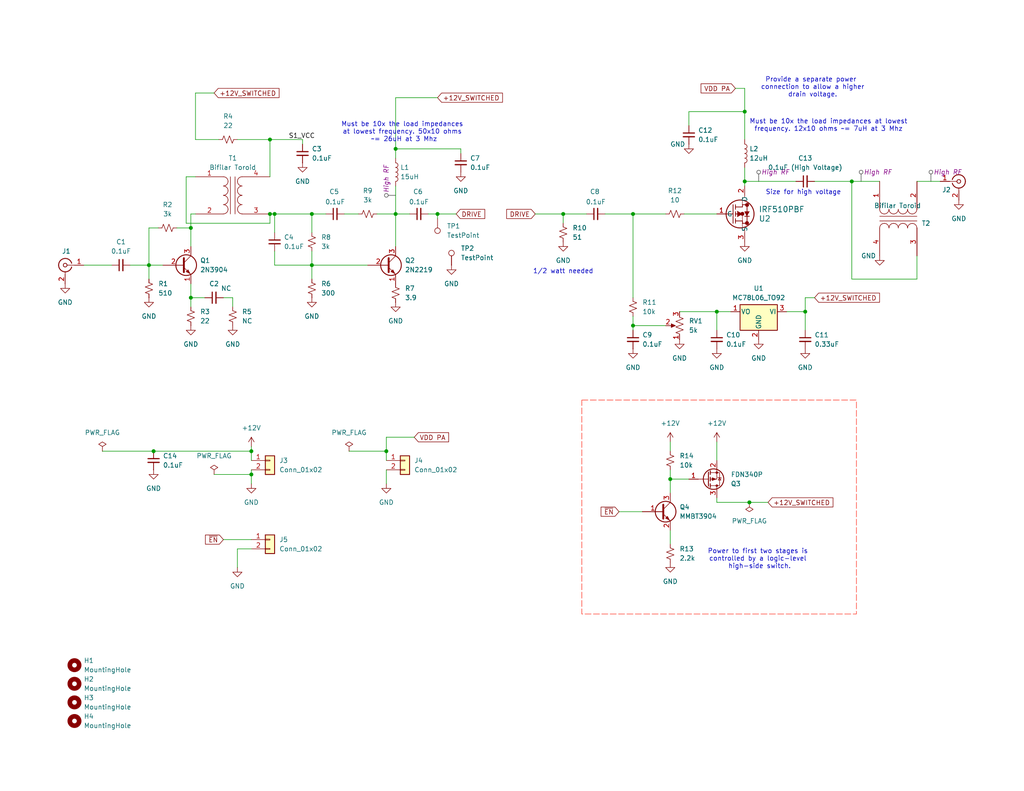
<source format=kicad_sch>
(kicad_sch (version 20231120) (generator "eeschema") (generator_version "8.0")
  (paper "USLetter")
  (title_block (title "5W PA + Driver") (date "2025-02-19") (rev "1") (company "Bruce MacKinnon KC1FSZ") (comment 1 "Copyright (C) Bruce MacKinnon, 2025") (comment 2 "NOT FOR COMMERCIAL USE"))
  (lib_symbols
    (symbol "Connector:Conn_Coaxial" (pin_names (offset 1.016) hide)
      (property "Reference" "J" (at 0.254 3.048 0))
      (property "Value" "Conn_Coaxial" (at 2.921 0 90))
      (symbol "Conn_Coaxial_0_1"
        (arc (start -1.778 -0.508) (mid 0.2311 -1.8066) (end 1.778 0) (stroke (width 0.254)))
        (polyline (pts (xy -2.54 0) (xy -0.508 0)))
        (polyline (pts (xy 0 -2.54) (xy 0 -1.778)))
        (circle (center 0 0) (radius 0.508) (stroke (width 0.2032)))
        (arc (start 1.778 0) (mid 0.2099 1.8101) (end -1.778 0.508) (stroke (width 0.254)))
      )
      (symbol "Conn_Coaxial_1_1"
        (pin passive line (at -5.08 0 0) (length 2.54) (name "In") (number "1"))
        (pin passive line (at 0 -5.08 90) (length 2.54) (name "Ext") (number "2"))
      )
    )
    (symbol "Connector:TestPoint" (pin_numbers hide) (pin_names (offset 0.762) hide)
      (property "Reference" "TP" (at 0 6.858 0))
      (property "Value" "TestPoint" (at 0 5.08 0))
      (symbol "TestPoint_0_1"
        (circle (center 0 3.302) (radius 0.762))
      )
      (symbol "TestPoint_1_1"
        (pin passive line (at 0 0 90) (length 2.54) (name "1") (number "1"))
      )
    )
    (symbol "Connector_Generic:Conn_01x02" (pin_names (offset 1.016) hide)
      (property "Reference" "J" (at 0 2.54 0))
      (property "Value" "Conn_01x02" (at 0 -5.08 0))
      (symbol "Conn_01x02_1_1"
        (rectangle (start -1.27 -2.413) (end 0 -2.667) (stroke (width 0.1524)))
        (rectangle (start -1.27 0.127) (end 0 -0.127) (stroke (width 0.1524)))
        (rectangle (start -1.27 1.27) (end 1.27 -3.81) (stroke (width 0.254)) (fill (type background)))
        (pin passive line (at -5.08 0 0) (length 3.81) (name "Pin_1") (number "1"))
        (pin passive line (at -5.08 -2.54 0) (length 3.81) (name "Pin_2") (number "2"))
      )
    )
    (symbol "Device:C_Small" (pin_numbers hide) (pin_names (offset 0.254) hide)
      (property "Reference" "C" (at 0.254 1.778 0))
      (property "Value" "C_Small" (at 0.254 -2.032 0))
      (symbol "C_Small_0_1"
        (polyline (pts (xy -1.524 -0.508) (xy 1.524 -0.508)) (stroke (width 0.3302)))
        (polyline (pts (xy -1.524 0.508) (xy 1.524 0.508)) (stroke (width 0.3048)))
      )
      (symbol "C_Small_1_1"
        (pin passive line (at 0 2.54 270) (length 2.032) (name "~") (number "1"))
        (pin passive line (at 0 -2.54 90) (length 2.032) (name "~") (number "2"))
      )
    )
    (symbol "Device:L" (pin_numbers hide) (pin_names (offset 1.016) hide)
      (property "Reference" "L" (at -1.27 0 90))
      (property "Value" "L" (at 1.905 0 90))
      (symbol "L_0_1"
        (arc (start 0 -2.54) (mid 0.6323 -1.905) (end 0 -1.27))
        (arc (start 0 -1.27) (mid 0.6323 -0.635) (end 0 0))
        (arc (start 0 0) (mid 0.6323 0.635) (end 0 1.27))
        (arc (start 0 1.27) (mid 0.6323 1.905) (end 0 2.54))
      )
      (symbol "L_1_1"
        (pin passive line (at 0 3.81 270) (length 1.27) (name "1") (number "1"))
        (pin passive line (at 0 -3.81 90) (length 1.27) (name "2") (number "2"))
      )
    )
    (symbol "Device:R_Potentiometer_US" (pin_names (offset 1.016) hide)
      (property "Reference" "RV" (at -4.445 0 90))
      (property "Value" "R_Potentiometer_US" (at -2.54 0 90))
      (symbol "R_Potentiometer_US_0_1"
        (polyline (pts (xy 0 -2.286) (xy 0 -2.54)))
        (polyline (pts (xy 0 2.54) (xy 0 2.286)))
        (polyline (pts (xy 2.54 0) (xy 1.524 0)))
        (polyline (pts (xy 1.143 0) (xy 2.286 0.508) (xy 2.286 -0.508) (xy 1.143 0)) (fill (type outline)))
        (polyline (pts (xy 0 -0.762) (xy 1.016 -1.143) (xy 0 -1.524) (xy -1.016 -1.905) (xy 0 -2.286)))
        (polyline (pts (xy 0 0.762) (xy 1.016 0.381) (xy 0 0) (xy -1.016 -0.381) (xy 0 -0.762)))
        (polyline (pts (xy 0 2.286) (xy 1.016 1.905) (xy 0 1.524) (xy -1.016 1.143) (xy 0 0.762)))
      )
      (symbol "R_Potentiometer_US_1_1"
        (pin passive line (at 0 3.81 270) (length 1.27) (name "1") (number "1"))
        (pin passive line (at 3.81 0 180) (length 1.27) (name "2") (number "2"))
        (pin passive line (at 0 -3.81 90) (length 1.27) (name "3") (number "3"))
      )
    )
    (symbol "Device:R_Small_US" (pin_numbers hide) (pin_names (offset 0.254) hide)
      (property "Reference" "R" (at 0.762 0.508 0))
      (property "Value" "R_Small_US" (at 0.762 -1.016 0))
      (symbol "R_Small_US_1_1"
        (polyline (pts (xy 0 0) (xy 1.016 -0.381) (xy 0 -0.762) (xy -1.016 -1.143) (xy 0 -1.524)))
        (polyline (pts (xy 0 1.524) (xy 1.016 1.143) (xy 0 0.762) (xy -1.016 0.381) (xy 0 0)))
        (pin passive line (at 0 2.54 270) (length 1.016) (name "~") (number "1"))
        (pin passive line (at 0 -2.54 90) (length 1.016) (name "~") (number "2"))
      )
    )
    (symbol "Device:Transformer_1P_1S" (pin_names (offset 1.016) hide)
      (property "Reference" "T" (at 0 6.35 0))
      (property "Value" "Transformer_1P_1S" (at 0 -7.62 0))
      (symbol "Transformer_1P_1S_0_1"
        (arc (start -2.54 -5.0546) (mid -1.6599 -4.6901) (end -1.27 -3.81))
        (arc (start -2.54 -2.5146) (mid -1.6599 -2.1501) (end -1.27 -1.27))
        (arc (start -2.54 0.0254) (mid -1.6599 0.3899) (end -1.27 1.27))
        (arc (start -2.54 2.5654) (mid -1.6599 2.9299) (end -1.27 3.81))
        (arc (start -1.27 -3.81) (mid -1.642 -2.912) (end -2.54 -2.54))
        (arc (start -1.27 -1.27) (mid -1.642 -0.372) (end -2.54 0))
        (arc (start -1.27 1.27) (mid -1.642 2.168) (end -2.54 2.54))
        (arc (start -1.27 3.81) (mid -1.642 4.708) (end -2.54 5.08))
        (polyline (pts (xy -0.635 5.08) (xy -0.635 -5.08)))
        (polyline (pts (xy 0.635 -5.08) (xy 0.635 5.08)))
        (arc (start 1.2954 -1.27) (mid 1.6599 -2.1501) (end 2.54 -2.5146))
        (arc (start 1.2954 1.27) (mid 1.6599 0.3899) (end 2.54 0.0254))
        (arc (start 1.2954 3.81) (mid 1.6599 2.9299) (end 2.54 2.5654))
        (arc (start 1.3208 -3.81) (mid 1.6853 -4.6901) (end 2.5654 -5.0546))
        (arc (start 2.54 0) (mid 1.642 -0.372) (end 1.2954 -1.27))
        (arc (start 2.54 2.54) (mid 1.642 2.168) (end 1.2954 1.27))
        (arc (start 2.54 5.08) (mid 1.642 4.708) (end 1.2954 3.81))
        (arc (start 2.5654 -2.54) (mid 1.6674 -2.912) (end 1.3208 -3.81))
      )
      (symbol "Transformer_1P_1S_1_1"
        (pin passive line (at -10.16 5.08 0) (length 7.62) (name "AA") (number "1"))
        (pin passive line (at -10.16 -5.08 0) (length 7.62) (name "AB") (number "2"))
        (pin passive line (at 10.16 -5.08 180) (length 7.62) (name "SA") (number "3"))
        (pin passive line (at 10.16 5.08 180) (length 7.62) (name "SB") (number "4"))
      )
    )
    (symbol "Mechanical:MountingHole" (pin_names (offset 1.016)) (exclude_from_sim yes) (in_bom no)
      (property "Reference" "H" (at 0 5.08 0))
      (property "Value" "MountingHole" (at 0 3.175 0))
      (symbol "MountingHole_0_1"
        (circle (center 0 0) (radius 1.27) (stroke (width 1.27)))
      )
    )
    (symbol "Regulator_Linear:MC78L06_TO92" (pin_names (offset 0.254))
      (property "Reference" "U" (at -3.81 3.175 0))
      (property "Value" "MC78L06_TO92" (at 0 3.175 0))
      (symbol "MC78L06_TO92_0_1"
        (rectangle (start -5.08 -5.08) (end 5.08 1.905) (stroke (width 0.254)) (fill (type background)))
      )
      (symbol "MC78L06_TO92_1_1"
        (pin power_out line (at 7.62 0 180) (length 2.54) (name "VO") (number "1"))
        (pin power_in line (at 0 -7.62 90) (length 2.54) (name "GND") (number "2"))
        (pin power_in line (at -7.62 0 0) (length 2.54) (name "VI") (number "3"))
      )
    )
    (symbol "Transistor_BJT:2N2219" (pin_names (offset 0) hide)
      (property "Reference" "Q" (at 5.08 1.905 0))
      (property "Value" "2N2219" (at 5.08 0 0))
      (symbol "2N2219_0_1"
        (polyline (pts (xy 0.635 0.635) (xy 2.54 2.54)))
        (polyline (pts (xy 0.635 -0.635) (xy 2.54 -2.54) (xy 2.54 -2.54)))
        (polyline (pts (xy 0.635 1.905) (xy 0.635 -1.905) (xy 0.635 -1.905)) (stroke (width 0.508)))
        (polyline (pts (xy 1.27 -1.778) (xy 1.778 -1.27) (xy 2.286 -2.286) (xy 1.27 -1.778) (xy 1.27 -1.778)) (fill (type outline)))
        (circle (center 1.27 0) (radius 2.8194) (stroke (width 0.254)))
      )
      (symbol "2N2219_1_1"
        (pin passive line (at 2.54 -5.08 90) (length 2.54) (name "E") (number "1"))
        (pin passive line (at -5.08 0 0) (length 5.715) (name "B") (number "2"))
        (pin passive line (at 2.54 5.08 270) (length 2.54) (name "C") (number "3"))
      )
    )
    (symbol "Transistor_BJT:2N3904" (pin_names (offset 0) hide)
      (property "Reference" "Q" (at 5.08 1.905 0))
      (property "Value" "2N3904" (at 5.08 0 0))
      (symbol "2N3904_0_1"
        (polyline (pts (xy 0.635 0.635) (xy 2.54 2.54)))
        (polyline (pts (xy 0.635 -0.635) (xy 2.54 -2.54) (xy 2.54 -2.54)))
        (polyline (pts (xy 0.635 1.905) (xy 0.635 -1.905) (xy 0.635 -1.905)) (stroke (width 0.508)))
        (polyline (pts (xy 1.27 -1.778) (xy 1.778 -1.27) (xy 2.286 -2.286) (xy 1.27 -1.778) (xy 1.27 -1.778)) (fill (type outline)))
        (circle (center 1.27 0) (radius 2.8194) (stroke (width 0.254)))
      )
      (symbol "2N3904_1_1"
        (pin passive line (at 2.54 -5.08 90) (length 2.54) (name "E") (number "1"))
        (pin passive line (at -5.08 0 0) (length 5.715) (name "B") (number "2"))
        (pin passive line (at 2.54 5.08 270) (length 2.54) (name "C") (number "3"))
      )
    )
    (symbol "Transistor_BJT:MMBT3904" (pin_names (offset 0) hide)
      (property "Reference" "Q" (at 5.08 1.905 0))
      (property "Value" "MMBT3904" (at 5.08 0 0))
      (symbol "MMBT3904_0_1"
        (polyline (pts (xy 0.635 0.635) (xy 2.54 2.54)))
        (polyline (pts (xy 0.635 -0.635) (xy 2.54 -2.54) (xy 2.54 -2.54)))
        (polyline (pts (xy 0.635 1.905) (xy 0.635 -1.905) (xy 0.635 -1.905)) (stroke (width 0.508)))
        (polyline (pts (xy 1.27 -1.778) (xy 1.778 -1.27) (xy 2.286 -2.286) (xy 1.27 -1.778) (xy 1.27 -1.778)) (fill (type outline)))
        (circle (center 1.27 0) (radius 2.8194) (stroke (width 0.254)))
      )
      (symbol "MMBT3904_1_1"
        (pin input line (at -5.08 0 0) (length 5.715) (name "B") (number "1"))
        (pin passive line (at 2.54 -5.08 90) (length 2.54) (name "E") (number "2"))
        (pin passive line (at 2.54 5.08 270) (length 2.54) (name "C") (number "3"))
      )
    )
    (symbol "Transistor_FET:FDN340P" (pin_names hide)
      (property "Reference" "Q" (at 5.08 1.905 0))
      (property "Value" "FDN340P" (at 5.08 0 0))
      (symbol "FDN340P_0_1"
        (polyline (pts (xy 0.254 0) (xy -2.54 0)))
        (polyline (pts (xy 0.254 1.905) (xy 0.254 -1.905)) (stroke (width 0.254)))
        (polyline (pts (xy 0.762 -1.27) (xy 0.762 -2.286)) (stroke (width 0.254)))
        (polyline (pts (xy 0.762 0.508) (xy 0.762 -0.508)) (stroke (width 0.254)))
        (polyline (pts (xy 0.762 2.286) (xy 0.762 1.27)) (stroke (width 0.254)))
        (polyline (pts (xy 2.54 2.54) (xy 2.54 1.778)))
        (polyline (pts (xy 2.54 -2.54) (xy 2.54 0) (xy 0.762 0)))
        (polyline (pts (xy 0.762 1.778) (xy 3.302 1.778) (xy 3.302 -1.778) (xy 0.762 -1.778)))
        (polyline (pts (xy 2.286 0) (xy 1.27 0.381) (xy 1.27 -0.381) (xy 2.286 0)) (fill (type outline)))
        (polyline (pts (xy 2.794 -0.508) (xy 2.921 -0.381) (xy 3.683 -0.381) (xy 3.81 -0.254)))
        (polyline (pts (xy 3.302 -0.381) (xy 2.921 0.254) (xy 3.683 0.254) (xy 3.302 -0.381)))
        (circle (center 1.651 0) (radius 2.794) (stroke (width 0.254)))
        (circle (center 2.54 -1.778) (radius 0.254) (fill (type outline)))
        (circle (center 2.54 1.778) (radius 0.254) (fill (type outline)))
      )
      (symbol "FDN340P_1_1"
        (pin input line (at -5.08 0 0) (length 2.54) (name "G") (number "1"))
        (pin passive line (at 2.54 -5.08 90) (length 2.54) (name "S") (number "2"))
        (pin passive line (at 2.54 5.08 270) (length 2.54) (name "D") (number "3"))
      )
    )
    (symbol "power:+12V" (power) (pin_numbers hide) (pin_names (offset 0) hide)
      (property "Value" "+12V" (at 0 3.556 0))
      (symbol "+12V_0_1"
        (polyline (pts (xy -0.762 1.27) (xy 0 2.54)))
        (polyline (pts (xy 0 0) (xy 0 2.54)))
        (polyline (pts (xy 0 2.54) (xy 0.762 1.27)))
      )
      (symbol "+12V_1_1"
        (pin power_in line (at 0 0 90) (length 0) (name "~") (number "1"))
      )
    )
    (symbol "power:GND" (power) (pin_numbers hide) (pin_names (offset 0) hide)
      (property "Value" "GND" (at 0 -3.81 0))
      (symbol "GND_0_1"
        (polyline (pts (xy 0 0) (xy 0 -1.27) (xy 1.27 -1.27) (xy 0 -2.54) (xy -1.27 -1.27) (xy 0 -1.27)))
      )
      (symbol "GND_1_1"
        (pin power_in line (at 0 0 270) (length 0) (name "~") (number "1"))
      )
    )
    (symbol "power:PWR_FLAG" (power) (pin_numbers hide) (pin_names (offset 0) hide)
      (property "Value" "PWR_FLAG" (at 0 3.81 0))
      (symbol "PWR_FLAG_0_0"
        (pin power_out line (at 0 0 90) (length 0) (name "~") (number "1"))
      )
      (symbol "PWR_FLAG_0_1"
        (polyline (pts (xy 0 0) (xy 0 1.27) (xy -1.016 1.905) (xy 0 2.54) (xy 1.016 1.905) (xy 0 1.27)))
      )
    )
    (symbol "symbol-library-1:IRF510PBF" (pin_names (offset 0.254))
      (property "Reference" "U" (at 11.43 1.905 0))
      (property "Value" "IRF510PBF" (at 11.43 -2.54 0))
      (symbol "IRF510PBF_0_1"
        (polyline (pts (xy 2.54 0) (xy 4.445 0)) (stroke (width 0.2032)))
        (polyline (pts (xy 4.445 -2.54) (xy 4.445 2.54)) (stroke (width 0.2032)))
        (polyline (pts (xy 5.08 -2.54) (xy 5.08 -1.27)) (stroke (width 0.2032)))
        (polyline (pts (xy 5.08 -1.905) (xy 6.985 -1.905)) (stroke (width 0.2032)))
        (polyline (pts (xy 5.08 -0.635) (xy 5.08 0.635)) (stroke (width 0.2032)))
        (polyline (pts (xy 5.08 0) (xy 5.842 0)) (stroke (width 0.2032)))
        (polyline (pts (xy 5.08 1.27) (xy 5.08 2.54)) (stroke (width 0.2032)))
        (polyline (pts (xy 5.08 1.905) (xy 6.985 1.905)) (stroke (width 0.2032)))
        (polyline (pts (xy 6.9786 -0.0387) (xy 6.604 0)) (stroke (width 0.127)))
        (polyline (pts (xy 6.985 -2.54) (xy 6.985 -4.445)) (stroke (width 0.127)))
        (polyline (pts (xy 6.985 -2.54) (xy 6.985 -1.905)) (stroke (width 0.2032)))
        (polyline (pts (xy 6.985 -2.54) (xy 8.255 -2.54)) (stroke (width 0.2032)))
        (polyline (pts (xy 6.985 1.905) (xy 6.9786 -0.0387)) (stroke (width 0.127)))
        (polyline (pts (xy 6.985 1.905) (xy 6.985 2.54)) (stroke (width 0.2032)))
        (polyline (pts (xy 6.985 2.54) (xy 8.255 2.54)) (stroke (width 0.2032)))
        (polyline (pts (xy 6.985 4.445) (xy 6.985 2.54)) (stroke (width 0.127)))
        (polyline (pts (xy 7.62 -4.445) (xy 6.985 -4.445)) (stroke (width 0.127)))
        (polyline (pts (xy 7.62 -4.445) (xy 7.62 -5.08)) (stroke (width 0.127)))
        (polyline (pts (xy 7.62 4.445) (xy 6.985 4.445)) (stroke (width 0.127)))
        (polyline (pts (xy 7.62 5.08) (xy 7.62 4.445)) (stroke (width 0.127)))
        (polyline (pts (xy 8.255 -2.54) (xy 8.255 -0.635)) (stroke (width 0.2032)))
        (polyline (pts (xy 8.255 0.635) (xy 8.255 2.54)) (stroke (width 0.2032)))
        (polyline (pts (xy 8.89 0.635) (xy 7.62 0.635)) (stroke (width 0.2032)))
        (polyline (pts (xy 5.588 0.762) (xy 6.858 0) (xy 5.588 -0.762)) (fill (type outline)))
        (polyline (pts (xy 8.89 -0.635) (xy 7.62 -0.635) (xy 8.255 0.635)) (fill (type outline)))
        (circle (center 6.35 0) (radius 3.81) (stroke (width 0.254)))
        (circle (center 6.9786 -0.0387) (radius 0.0254) (stroke (width 0.508)))
        (circle (center 8.2422 2.4885) (radius 0.0254) (stroke (width 0.508)))
        (circle (center 8.2556 -2.4718) (radius 0.0254) (stroke (width 0.508)))
        (pin input line (at 0 0 0) (length 2.54) (name "G") (number "1"))
      )
      (symbol "IRF510PBF_1_0"
        (pin input line (at 7.62 -7.62 90) (length 2.54) (name "D") (number "2"))
        (pin input line (at 7.62 7.62 270) (length 2.54) (name "S") (number "3"))
      )
    )
  )
  (junction (at 73.66 58.42))
  (junction (at 153.67 58.42))
  (junction (at 119.38 58.42))
  (junction (at 232.41 49.53))
  (junction (at 52.07 62.23))
  (junction (at 41.91 123.19))
  (junction (at 195.58 85.09))
  (junction (at 107.95 58.42))
  (junction (at 40.64 72.39))
  (junction (at 85.09 72.39))
  (junction (at 172.72 88.9))
  (junction (at 203.2 30.48))
  (junction (at 52.07 81.28))
  (junction (at 204.47 137.16))
  (junction (at 105.41 123.19))
  (junction (at 68.58 123.19))
  (junction (at 73.66 38.1))
  (junction (at 182.88 130.81))
  (junction (at 85.09 58.42))
  (junction (at 68.58 129.54))
  (junction (at 172.72 58.42))
  (junction (at 74.93 58.42))
  (junction (at 203.2 49.53))
  (junction (at 219.71 85.09))
  (junction (at 107.95 40.64))
  (wire (pts (xy 85.09 58.42) (xy 88.9 58.42)))
  (wire (pts (xy 116.84 58.42) (xy 119.38 58.42)))
  (wire (pts (xy 168.91 139.7) (xy 175.26 139.7)))
  (wire (pts (xy 250.19 69.85) (xy 250.19 76.2)))
  (wire (pts (xy 105.41 119.38) (xy 113.03 119.38)))
  (wire (pts (xy 195.58 85.09) (xy 199.39 85.09)))
  (wire (pts (xy 40.64 72.39) (xy 44.45 72.39)))
  (wire (pts (xy 105.41 119.38) (xy 105.41 123.19)))
  (wire (pts (xy 105.41 128.27) (xy 105.41 132.08)))
  (wire (pts (xy 102.87 58.42) (xy 107.95 58.42)))
  (wire (pts (xy 165.1 58.42) (xy 172.72 58.42)))
  (wire (pts (xy 93.98 58.42) (xy 97.79 58.42)))
  (wire (pts (xy 74.93 58.42) (xy 73.66 58.42)))
  (wire (pts (xy 40.64 72.39) (xy 40.64 76.2)))
  (wire (pts (xy 219.71 81.28) (xy 219.71 85.09)))
  (wire (pts (xy 40.64 62.23) (xy 40.64 72.39)))
  (wire (pts (xy 52.07 62.23) (xy 52.07 58.42)))
  (wire (pts (xy 68.58 121.92) (xy 68.58 123.19)))
  (wire (pts (xy 85.09 58.42) (xy 74.93 58.42)))
  (wire (pts (xy 64.77 149.86) (xy 64.77 154.94)))
  (wire (pts (xy 222.25 49.53) (xy 232.41 49.53)))
  (wire (pts (xy 203.2 24.13) (xy 203.2 30.48)))
  (wire (pts (xy 182.88 128.27) (xy 182.88 130.81)))
  (wire (pts (xy 200.66 24.13) (xy 203.2 24.13)))
  (wire (pts (xy 50.8 48.26) (xy 50.8 60.96)))
  (wire (pts (xy 41.91 123.19) (xy 68.58 123.19)))
  (wire (pts (xy 214.63 85.09) (xy 219.71 85.09)))
  (wire (pts (xy 203.2 45.72) (xy 203.2 49.53)))
  (wire (pts (xy 35.56 72.39) (xy 40.64 72.39)))
  (wire (pts (xy 68.58 128.27) (xy 68.58 129.54)))
  (wire (pts (xy 107.95 40.64) (xy 107.95 43.18)))
  (wire (pts (xy 52.07 58.42) (xy 53.34 58.42)))
  (wire (pts (xy 172.72 58.42) (xy 172.72 81.28)))
  (wire (pts (xy 172.72 88.9) (xy 181.61 88.9)))
  (wire (pts (xy 68.58 149.86) (xy 64.77 149.86)))
  (wire (pts (xy 63.5 81.28) (xy 63.5 83.82)))
  (wire (pts (xy 43.18 62.23) (xy 40.64 62.23)))
  (wire (pts (xy 153.67 58.42) (xy 153.67 60.96)))
  (wire (pts (xy 153.67 58.42) (xy 160.02 58.42)))
  (wire (pts (xy 187.96 30.48) (xy 203.2 30.48)))
  (wire (pts (xy 82.55 38.1) (xy 73.66 38.1)))
  (wire (pts (xy 53.34 48.26) (xy 50.8 48.26)))
  (wire (pts (xy 64.77 38.1) (xy 73.66 38.1)))
  (wire (pts (xy 119.38 26.67) (xy 107.95 26.67)))
  (wire (pts (xy 222.25 81.28) (xy 219.71 81.28)))
  (wire (pts (xy 85.09 72.39) (xy 85.09 76.2)))
  (wire (pts (xy 52.07 81.28) (xy 55.88 81.28)))
  (wire (pts (xy 82.55 39.37) (xy 82.55 38.1)))
  (wire (pts (xy 53.34 25.4) (xy 58.42 25.4)))
  (wire (pts (xy 52.07 77.47) (xy 52.07 81.28)))
  (wire (pts (xy 219.71 85.09) (xy 219.71 90.17)))
  (wire (pts (xy 105.41 123.19) (xy 105.41 125.73)))
  (wire (pts (xy 48.26 62.23) (xy 52.07 62.23)))
  (wire (pts (xy 73.66 38.1) (xy 73.66 48.26)))
  (wire (pts (xy 195.58 120.65) (xy 195.58 125.73)))
  (wire (pts (xy 250.19 76.2) (xy 232.41 76.2)))
  (wire (pts (xy 74.93 58.42) (xy 74.93 63.5)))
  (wire (pts (xy 53.34 25.4) (xy 53.34 38.1)))
  (wire (pts (xy 53.34 38.1) (xy 59.69 38.1)))
  (wire (pts (xy 68.58 129.54) (xy 68.58 132.08)))
  (wire (pts (xy 60.96 147.32) (xy 68.58 147.32)))
  (wire (pts (xy 95.25 123.19) (xy 105.41 123.19)))
  (wire (pts (xy 195.58 85.09) (xy 195.58 90.17)))
  (wire (pts (xy 107.95 58.42) (xy 107.95 67.31)))
  (wire (pts (xy 185.42 85.09) (xy 195.58 85.09)))
  (wire (pts (xy 203.2 30.48) (xy 203.2 38.1)))
  (wire (pts (xy 119.38 58.42) (xy 124.46 58.42)))
  (wire (pts (xy 107.95 26.67) (xy 107.95 40.64)))
  (wire (pts (xy 182.88 144.78) (xy 182.88 148.59)))
  (wire (pts (xy 182.88 130.81) (xy 182.88 134.62)))
  (wire (pts (xy 73.66 60.96) (xy 73.66 58.42)))
  (wire (pts (xy 172.72 86.36) (xy 172.72 88.9)))
  (wire (pts (xy 186.69 58.42) (xy 195.58 58.42)))
  (wire (pts (xy 203.2 49.53) (xy 217.17 49.53)))
  (wire (pts (xy 74.93 72.39) (xy 85.09 72.39)))
  (wire (pts (xy 85.09 63.5) (xy 85.09 58.42)))
  (wire (pts (xy 146.05 58.42) (xy 153.67 58.42)))
  (wire (pts (xy 182.88 130.81) (xy 187.96 130.81)))
  (wire (pts (xy 52.07 67.31) (xy 52.07 62.23)))
  (wire (pts (xy 232.41 49.53) (xy 240.03 49.53)))
  (wire (pts (xy 74.93 68.58) (xy 74.93 72.39)))
  (wire (pts (xy 22.86 72.39) (xy 30.48 72.39)))
  (wire (pts (xy 107.95 50.8) (xy 107.95 58.42)))
  (wire (pts (xy 204.47 137.16) (xy 209.55 137.16)))
  (wire (pts (xy 52.07 81.28) (xy 52.07 83.82)))
  (wire (pts (xy 203.2 49.53) (xy 203.2 50.8)))
  (wire (pts (xy 85.09 68.58) (xy 85.09 72.39)))
  (wire (pts (xy 250.19 49.53) (xy 256.54 49.53)))
  (wire (pts (xy 125.73 41.91) (xy 125.73 40.64)))
  (wire (pts (xy 27.94 123.19) (xy 41.91 123.19)))
  (wire (pts (xy 187.96 30.48) (xy 187.96 34.29)))
  (wire (pts (xy 195.58 137.16) (xy 204.47 137.16)))
  (wire (pts (xy 182.88 120.65) (xy 182.88 123.19)))
  (wire (pts (xy 172.72 58.42) (xy 181.61 58.42)))
  (wire (pts (xy 68.58 123.19) (xy 68.58 125.73)))
  (wire (pts (xy 60.96 81.28) (xy 63.5 81.28)))
  (wire (pts (xy 58.42 129.54) (xy 68.58 129.54)))
  (wire (pts (xy 107.95 40.64) (xy 125.73 40.64)))
  (wire (pts (xy 107.95 58.42) (xy 111.76 58.42)))
  (wire (pts (xy 172.72 88.9) (xy 172.72 90.17)))
  (wire (pts (xy 50.8 60.96) (xy 73.66 60.96)))
  (wire (pts (xy 195.58 135.89) (xy 195.58 137.16)))
  (wire (pts (xy 85.09 72.39) (xy 100.33 72.39)))
  (wire (pts (xy 232.41 76.2) (xy 232.41 49.53)))
  (wire (pts (xy 119.38 58.42) (xy 119.38 59.69)))
  (rectangle (start 158.75 109.22) (end 233.68 167.64) (stroke (width 0) (type dash) (color 255 49 33 1)))
  (text "Must be 10x the load impedances at lowest\nfrequency. 12x10 ohms ~= 7uH at 3 Mhz" (at 226.06 34.29 0) (effects (font (size 1.27 1.27))))
  (text "Provide a separate power \nconnection to allow a higher\ndrain voltage." (at 221.742 23.876 0) (effects (font (size 1.27 1.27))))
  (text "Power to first two stages is \ncontrolled by a logic-level \nhigh-side switch." (at 207.264 152.654 0) (effects (font (size 1.27 1.27))))
  (text "Must be 10x the load impedances \nat lowest frequency. 50x10 ohms \n~= 26uH at 3 Mhz" (at 110.236 36.068 0) (effects (font (size 1.27 1.27))))
  (text "Size for high voltage" (at 219.202 52.578 0) (effects (font (size 1.27 1.27))))
  (text "1/2 watt needed" (at 153.67 74.168 0) (effects (font (size 1.27 1.27))))
  (label "S1_VCC" (at 78.74 38.1 0))
  (global_label "+12V_SWITCHED" (shape input) (at 209.55 137.16 0) (property "Intersheetrefs" "${INTERSHEET_REFS}" (effects (hide yes))))
  (global_label "+12V_SWITCHED" (shape input) (at 58.42 25.4 0) (property "Intersheetrefs" "${INTERSHEET_REFS}" (effects (hide yes))))
  (global_label "VDD PA" (shape input) (at 113.03 119.38 0) (property "Intersheetrefs" "${INTERSHEET_REFS}" (effects (hide yes))))
  (global_label "DRIVE" (shape input) (at 146.05 58.42 180) (property "Intersheetrefs" "${INTERSHEET_REFS}" (effects (hide yes))))
  (global_label "~{EN}" (shape input) (at 60.96 147.32 180) (property "Intersheetrefs" "${INTERSHEET_REFS}" (effects (hide yes))))
  (global_label "+12V_SWITCHED" (shape input) (at 222.25 81.28 0) (property "Intersheetrefs" "${INTERSHEET_REFS}" (effects (hide yes))))
  (global_label "+12V_SWITCHED" (shape input) (at 119.38 26.67 0) (property "Intersheetrefs" "${INTERSHEET_REFS}" (effects (hide yes))))
  (global_label "~{EN}" (shape input) (at 168.91 139.7 180) (property "Intersheetrefs" "${INTERSHEET_REFS}" (effects (hide yes))))
  (global_label "VDD PA" (shape input) (at 200.66 24.13 180) (property "Intersheetrefs" "${INTERSHEET_REFS}" (effects (hide yes))))
  (global_label "DRIVE" (shape input) (at 124.46 58.42 0) (property "Intersheetrefs" "${INTERSHEET_REFS}" (effects (hide yes))))
  (netclass_flag "" (length 2.54) (shape round) (at 254 49.53 0) (property "Netclass" "High RF" (at 254.6985 46.99 0) (effects (font (italic yes)) (justify left))))
  (netclass_flag "" (length 2.54) (shape round) (at 234.95 49.53 0) (property "Netclass" "High RF" (at 235.6485 46.99 0) (effects (font (italic yes)) (justify left))))
  (netclass_flag "" (length 2.54) (shape round) (at 107.95 53.34 90) (property "Netclass" "High RF" (at 105.41 52.6415 90) (effects (font (italic yes)) (justify left))))
  (netclass_flag "" (length 2.54) (shape round) (at 207.01 49.53 0) (property "Netclass" "High RF" (at 207.7085 46.99 0) (effects (font (italic yes)) (justify left))))
  (symbol (lib_id "Connector:Conn_Coaxial") (at 17.78 72.39 0) (mirror y) (unit 1)
    (property "Reference" "J1" (at 18.0974 68.58 0))
    (property "Value" "Conn_Coaxial" (effects (hide yes)))
    (property "Footprint" "Connector_Coaxial:SMA_Amphenol_901-144_Vertical" (effects (hide yes)))
    (property "Description" "coaxial connector (BNC, SMA, SMB, SMC, Cinch/RCA, LEMO, ...)" (effects (hide yes)))
  )
  (symbol (lib_id "power:GND") (at 40.64 81.28 0) (unit 1)
    (property "Reference" "#PWR02" (effects (hide yes)))
    (property "Value" "GND" (at 40.64 86.36 0))
    (property "Description" "Power symbol creates a global label with name \"GND\" , ground" (effects (hide yes)))
  )
  (symbol (lib_id "Connector:TestPoint") (at 119.38 59.69 180) (unit 1)
    (property "Reference" "TP1" (at 121.92 61.7219 0) (effects (justify right)))
    (property "Value" "TestPoint" (at 121.92 64.2619 0) (effects (justify right)))
    (property "Footprint" "TestPoint:TestPoint_Pad_1.5x1.5mm" (effects (hide yes)))
    (property "Description" "test point" (effects (hide yes)))
  )
  (symbol (lib_id "Device:C_Small") (at 162.56 58.42 90) (unit 1)
    (property "Reference" "C8" (at 162.306 52.324 90))
    (property "Value" "0.1uF" (at 162.56 55.118 90))
    (property "Footprint" "Capacitor_SMD:C_0805_2012Metric_Pad1.18x1.45mm_HandSolder" (effects (hide yes)))
    (property "Description" "Unpolarized capacitor, small symbol" (effects (hide yes)))
  )
  (symbol (lib_id "Device:C_Small") (at 91.44 58.42 90) (unit 1)
    (property "Reference" "C5" (at 91.186 52.324 90))
    (property "Value" "0.1uF" (at 91.44 55.118 90))
    (property "Footprint" "Capacitor_SMD:C_0805_2012Metric_Pad1.18x1.45mm_HandSolder" (effects (hide yes)))
    (property "Description" "Unpolarized capacitor, small symbol" (effects (hide yes)))
  )
  (symbol (lib_id "power:GND") (at 85.09 81.28 0) (unit 1)
    (property "Reference" "#PWR07" (effects (hide yes)))
    (property "Value" "GND" (at 85.09 86.36 0))
    (property "Description" "Power symbol creates a global label with name \"GND\" , ground" (effects (hide yes)))
  )
  (symbol (lib_id "power:GND") (at 64.77 154.94 0) (unit 1)
    (property "Reference" "#PWR027" (effects (hide yes)))
    (property "Value" "GND" (at 64.77 160.02 0))
    (property "Description" "Power symbol creates a global label with name \"GND\" , ground" (effects (hide yes)))
  )
  (symbol (lib_id "Device:C_Small") (at 41.91 125.73 0) (unit 1)
    (property "Reference" "C14" (at 44.45 124.4662 0) (effects (justify left)))
    (property "Value" "0.1uF" (at 44.45 127.0062 0) (effects (justify left)))
    (property "Footprint" "Capacitor_SMD:C_0805_2012Metric_Pad1.18x1.45mm_HandSolder" (effects (hide yes)))
    (property "Description" "Unpolarized capacitor, small symbol" (effects (hide yes)))
  )
  (symbol (lib_id "power:GND") (at 107.95 82.55 0) (unit 1)
    (property "Reference" "#PWR08" (effects (hide yes)))
    (property "Value" "GND" (at 107.95 87.63 0))
    (property "Description" "Power symbol creates a global label with name \"GND\" , ground" (effects (hide yes)))
  )
  (symbol (lib_id "Device:R_Small_US") (at 62.23 38.1 90) (unit 1)
    (property "Reference" "R4" (at 62.23 31.75 90))
    (property "Value" "22" (at 62.23 34.29 90))
    (property "Footprint" "Resistor_SMD:R_0805_2012Metric_Pad1.20x1.40mm_HandSolder" (effects (hide yes)))
    (property "Description" "Resistor, small US symbol" (effects (hide yes)))
  )
  (symbol (lib_id "power:GND") (at 125.73 46.99 0) (unit 1)
    (property "Reference" "#PWR010" (effects (hide yes)))
    (property "Value" "GND" (at 125.73 52.07 0))
    (property "Description" "Power symbol creates a global label with name \"GND\" , ground" (effects (hide yes)))
  )
  (symbol (lib_id "Device:R_Small_US") (at 172.72 83.82 0) (unit 1)
    (property "Reference" "R11" (at 175.26 82.5499 0) (effects (justify left)))
    (property "Value" "10k" (at 175.26 85.0899 0) (effects (justify left)))
    (property "Footprint" "Resistor_SMD:R_0805_2012Metric_Pad1.20x1.40mm_HandSolder" (effects (hide yes)))
    (property "Description" "Resistor, small US symbol" (effects (hide yes)))
  )
  (symbol (lib_id "Device:R_Small_US") (at 63.5 86.36 0) (unit 1)
    (property "Reference" "R5" (at 66.04 85.0899 0) (effects (justify left)))
    (property "Value" "NC" (at 66.04 87.6299 0) (effects (justify left)))
    (property "Footprint" "Resistor_SMD:R_0805_2012Metric_Pad1.20x1.40mm_HandSolder" (effects (hide yes)))
    (property "Description" "Resistor, small US symbol" (effects (hide yes)))
  )
  (symbol (lib_id "power:GND") (at 41.91 128.27 0) (unit 1)
    (property "Reference" "#PWR019" (effects (hide yes)))
    (property "Value" "GND" (at 41.91 133.35 0))
    (property "Description" "Power symbol creates a global label with name \"GND\" , ground" (effects (hide yes)))
  )
  (symbol (lib_id "power:GND") (at 153.67 66.04 0) (unit 1)
    (property "Reference" "#PWR011" (effects (hide yes)))
    (property "Value" "GND" (at 153.67 71.12 0))
    (property "Description" "Power symbol creates a global label with name \"GND\" , ground" (effects (hide yes)))
  )
  (symbol (lib_id "Connector_Generic:Conn_01x02") (at 73.66 125.73 0) (unit 1)
    (property "Reference" "J3" (at 76.2 125.7299 0) (effects (justify left)))
    (property "Value" "Conn_01x02" (at 76.2 128.2699 0) (effects (justify left)))
    (property "Footprint" "Connector_PinHeader_2.54mm:PinHeader_1x02_P2.54mm_Vertical" (effects (hide yes)))
    (property "Description" "Generic connector, single row, 01x02, script generated (kicad-library-utils/schlib/autogen/connector/)" (effects (hide yes)))
  )
  (symbol (lib_id "power:PWR_FLAG") (at 58.42 129.54 0) (unit 1)
    (property "Reference" "#FLG02" (effects (hide yes)))
    (property "Value" "PWR_FLAG" (at 58.42 124.46 0))
    (property "Description" "Special symbol for telling ERC where power comes from" (effects (hide yes)))
  )
  (symbol (lib_id "power:PWR_FLAG") (at 204.47 137.16 180) (unit 1)
    (property "Reference" "#FLG04" (effects (hide yes)))
    (property "Value" "PWR_FLAG" (at 204.47 142.24 0))
    (property "Description" "Special symbol for telling ERC where power comes from" (effects (hide yes)))
  )
  (symbol (lib_id "Device:Transformer_1P_1S") (at 245.11 59.69 90) (mirror x) (unit 1)
    (property "Reference" "T2" (at 251.46 60.9728 90) (effects (justify right)))
    (property "Value" "Bifilar Toroid" (at 238.506 56.134 90) (effects (justify right)))
    (property "Footprint" "bruce-footprints:FT37-43 Bifilar" (effects (hide yes)))
    (property "Description" "Transformer, single primary, single secondary" (effects (hide yes)))
  )
  (symbol (lib_id "power:GND") (at 185.42 92.71 0) (unit 1)
    (property "Reference" "#PWR013" (effects (hide yes)))
    (property "Value" "GND" (at 185.42 97.79 0))
    (property "Description" "Power symbol creates a global label with name \"GND\" , ground" (effects (hide yes)))
  )
  (symbol (lib_id "Device:C_Small") (at 74.93 66.04 0) (unit 1)
    (property "Reference" "C4" (at 77.47 64.7762 0) (effects (justify left)))
    (property "Value" "0.1uF" (at 77.47 67.3162 0) (effects (justify left)))
    (property "Footprint" "Capacitor_SMD:C_0805_2012Metric_Pad1.18x1.45mm_HandSolder" (effects (hide yes)))
    (property "Description" "Unpolarized capacitor, small symbol" (effects (hide yes)))
  )
  (symbol (lib_id "Device:R_Small_US") (at 100.33 58.42 90) (unit 1)
    (property "Reference" "R9" (at 100.33 52.07 90))
    (property "Value" "3k" (at 100.33 54.61 90))
    (property "Footprint" "Resistor_SMD:R_0805_2012Metric_Pad1.20x1.40mm_HandSolder" (effects (hide yes)))
    (property "Description" "Resistor, small US symbol" (effects (hide yes)))
  )
  (symbol (lib_id "power:GND") (at 63.5 88.9 0) (unit 1)
    (property "Reference" "#PWR05" (effects (hide yes)))
    (property "Value" "GND" (at 63.5 93.98 0))
    (property "Description" "Power symbol creates a global label with name \"GND\" , ground" (effects (hide yes)))
  )
  (symbol (lib_id "Mechanical:MountingHole") (at 20.32 186.69 0) (unit 1) (exclude_from_sim yes) (in_bom no)
    (property "Reference" "H2" (at 22.86 185.4199 0) (effects (justify left)))
    (property "Value" "MountingHole" (at 22.86 187.9599 0) (effects (justify left)))
    (property "Footprint" "MountingHole:MountingHole_3.5mm" (effects (hide yes)))
    (property "Description" "Mounting Hole without connection" (effects (hide yes)))
  )
  (symbol (lib_id "power:GND") (at 182.88 153.67 0) (unit 1)
    (property "Reference" "#PWR017" (effects (hide yes)))
    (property "Value" "GND" (at 182.88 158.75 0))
    (property "Description" "Power symbol creates a global label with name \"GND\" , ground" (effects (hide yes)))
  )
  (symbol (lib_id "Device:Transformer_1P_1S") (at 63.5 53.34 0) (unit 1)
    (property "Reference" "T1" (at 63.5127 43.18 0))
    (property "Value" "Bifilar Toroid" (at 63.5127 45.72 0))
    (property "Footprint" "bruce-footprints:FT37-43 Bifilar" (effects (hide yes)))
    (property "Description" "Transformer, single primary, single secondary" (effects (hide yes)))
  )
  (symbol (lib_id "Connector_Generic:Conn_01x02") (at 110.49 125.73 0) (unit 1)
    (property "Reference" "J4" (at 113.03 125.7299 0) (effects (justify left)))
    (property "Value" "Conn_01x02" (at 113.03 128.2699 0) (effects (justify left)))
    (property "Footprint" "Connector_PinHeader_2.54mm:PinHeader_1x02_P2.54mm_Vertical" (effects (hide yes)))
    (property "Description" "Generic connector, single row, 01x02, script generated (kicad-library-utils/schlib/autogen/connector/)" (effects (hide yes)))
  )
  (symbol (lib_id "Device:R_Small_US") (at 184.15 58.42 90) (unit 1)
    (property "Reference" "R12" (at 184.15 52.07 90))
    (property "Value" "10" (at 184.15 54.61 90))
    (property "Footprint" "Resistor_SMD:R_0805_2012Metric_Pad1.20x1.40mm_HandSolder" (effects (hide yes)))
    (property "Description" "Resistor, small US symbol" (effects (hide yes)))
  )
  (symbol (lib_id "Transistor_BJT:MMBT3904") (at 180.34 139.7 0) (unit 1)
    (property "Reference" "Q4" (at 185.42 138.4299 0) (effects (justify left)))
    (property "Value" "MMBT3904" (at 185.42 140.9699 0) (effects (justify left)))
    (property "Footprint" "Package_TO_SOT_SMD:SOT-23" (effects (hide yes)))
    (property "Datasheet" "https://www.onsemi.com/pdf/datasheet/pzt3904-d.pdf" (effects (hide yes)))
    (property "Description" "0.2A Ic, 40V Vce, Small Signal NPN Transistor, SOT-23" (effects (hide yes)))
  )
  (symbol (lib_id "power:GND") (at 105.41 132.08 0) (unit 1)
    (property "Reference" "#PWR026" (effects (hide yes)))
    (property "Value" "GND" (at 105.41 137.16 0))
    (property "Description" "Power symbol creates a global label with name \"GND\" , ground" (effects (hide yes)))
  )
  (symbol (lib_id "power:+12V") (at 68.58 121.92 0) (unit 1)
    (property "Reference" "#PWR024" (effects (hide yes)))
    (property "Value" "+12V" (at 68.58 116.84 0))
    (property "Description" "Power symbol creates a global label with name \"+12V\"" (effects (hide yes)))
  )
  (symbol (lib_id "Device:R_Small_US") (at 40.64 78.74 0) (unit 1)
    (property "Reference" "R1" (at 43.18 77.4699 0) (effects (justify left)))
    (property "Value" "510" (at 43.18 80.0099 0) (effects (justify left)))
    (property "Footprint" "Resistor_SMD:R_0805_2012Metric_Pad1.20x1.40mm_HandSolder" (effects (hide yes)))
    (property "Description" "Resistor, small US symbol" (effects (hide yes)))
  )
  (symbol (lib_id "Device:L") (at 107.95 46.99 0) (unit 1)
    (property "Reference" "L1" (at 109.22 45.7199 0) (effects (justify left)))
    (property "Value" "15uH" (at 109.22 48.2599 0) (effects (justify left)))
    (property "Footprint" "Inductor_THT:L_Toroid_Horizontal_D9.5mm_P15.00mm_Diameter10-5mm_Amidon-T37" (effects (hide yes)))
    (property "Description" "Inductor" (effects (hide yes)))
  )
  (symbol (lib_id "power:GND") (at 203.2 66.04 0) (unit 1)
    (property "Reference" "#PWR018" (effects (hide yes)))
    (property "Value" "GND" (at 203.2 71.12 0))
    (property "Description" "Power symbol creates a global label with name \"GND\" , ground" (effects (hide yes)))
  )
  (symbol (lib_id "Device:R_Small_US") (at 182.88 151.13 0) (unit 1)
    (property "Reference" "R13" (at 185.42 149.8599 0) (effects (justify left)))
    (property "Value" "2.2k" (at 185.42 152.3999 0) (effects (justify left)))
    (property "Footprint" "Resistor_SMD:R_0805_2012Metric_Pad1.20x1.40mm_HandSolder" (effects (hide yes)))
    (property "Description" "Resistor, small US symbol" (effects (hide yes)))
  )
  (symbol (lib_id "Device:R_Small_US") (at 45.72 62.23 90) (unit 1)
    (property "Reference" "R2" (at 45.72 55.88 90))
    (property "Value" "3k" (at 45.72 58.42 90))
    (property "Footprint" "Resistor_SMD:R_0805_2012Metric_Pad1.20x1.40mm_HandSolder" (effects (hide yes)))
    (property "Description" "Resistor, small US symbol" (effects (hide yes)))
  )
  (symbol (lib_id "Connector_Generic:Conn_01x02") (at 73.66 147.32 0) (unit 1)
    (property "Reference" "J5" (at 76.2 147.3199 0) (effects (justify left)))
    (property "Value" "Conn_01x02" (at 76.2 149.8599 0) (effects (justify left)))
    (property "Footprint" "Connector_PinHeader_2.54mm:PinHeader_1x02_P2.54mm_Vertical" (effects (hide yes)))
    (property "Description" "Generic connector, single row, 01x02, script generated (kicad-library-utils/schlib/autogen/connector/)" (effects (hide yes)))
  )
  (symbol (lib_id "Regulator_Linear:MC78L06_TO92") (at 207.01 85.09 0) (mirror y) (unit 1)
    (property "Reference" "U1" (at 207.01 78.74 0))
    (property "Value" "MC78L06_TO92" (at 207.01 81.28 0))
    (property "Footprint" "Package_TO_SOT_THT:TO-92_Inline" (effects (hide yes)))
    (property "Datasheet" "https://www.onsemi.com/pub/Collateral/MC78L00A-D.PDF" (effects (hide yes)))
    (property "Description" "Positive 100mA 30V Linear Regulator, Fixed Output 6V, TO-92" (effects (hide yes)))
  )
  (symbol (lib_id "power:GND") (at 240.03 69.85 0) (unit 1)
    (property "Reference" "#PWR021" (effects (hide yes)))
    (property "Value" "GND" (at 236.982 69.85 0))
    (property "Description" "Power symbol creates a global label with name \"GND\" , ground" (effects (hide yes)))
  )
  (symbol (lib_id "Device:C_Small") (at 114.3 58.42 90) (unit 1)
    (property "Reference" "C6" (at 114.046 52.324 90))
    (property "Value" "0.1uF" (at 114.3 55.118 90))
    (property "Footprint" "Capacitor_SMD:C_0805_2012Metric_Pad1.18x1.45mm_HandSolder" (effects (hide yes)))
    (property "Description" "Unpolarized capacitor, small symbol" (effects (hide yes)))
  )
  (symbol (lib_id "Device:C_Small") (at 125.73 44.45 0) (unit 1)
    (property "Reference" "C7" (at 128.27 43.1862 0) (effects (justify left)))
    (property "Value" "0.1uF" (at 128.27 45.7262 0) (effects (justify left)))
    (property "Footprint" "Capacitor_SMD:C_0805_2012Metric_Pad1.18x1.45mm_HandSolder" (effects (hide yes)))
    (property "Description" "Unpolarized capacitor, small symbol" (effects (hide yes)))
  )
  (symbol (lib_id "power:GND") (at 17.78 77.47 0) (unit 1)
    (property "Reference" "#PWR03" (effects (hide yes)))
    (property "Value" "GND" (at 17.78 82.55 0))
    (property "Description" "Power symbol creates a global label with name \"GND\" , ground" (effects (hide yes)))
  )
  (symbol (lib_id "Device:R_Small_US") (at 52.07 86.36 0) (unit 1)
    (property "Reference" "R3" (at 54.61 85.0899 0) (effects (justify left)))
    (property "Value" "22" (at 54.61 87.6299 0) (effects (justify left)))
    (property "Footprint" "Resistor_SMD:R_0805_2012Metric_Pad1.20x1.40mm_HandSolder" (effects (hide yes)))
    (property "Description" "Resistor, small US symbol" (effects (hide yes)))
  )
  (symbol (lib_id "power:GND") (at 261.62 54.61 0) (unit 1)
    (property "Reference" "#PWR022" (effects (hide yes)))
    (property "Value" "GND" (at 261.62 59.69 0))
    (property "Description" "Power symbol creates a global label with name \"GND\" , ground" (effects (hide yes)))
  )
  (symbol (lib_id "power:GND") (at 195.58 95.25 0) (unit 1)
    (property "Reference" "#PWR015" (effects (hide yes)))
    (property "Value" "GND" (at 195.58 100.33 0))
    (property "Description" "Power symbol creates a global label with name \"GND\" , ground" (effects (hide yes)))
  )
  (symbol (lib_id "power:+12V") (at 182.88 120.65 0) (unit 1)
    (property "Reference" "#PWR09" (effects (hide yes)))
    (property "Value" "+12V" (at 182.88 115.57 0))
    (property "Description" "Power symbol creates a global label with name \"+12V\"" (effects (hide yes)))
  )
  (symbol (lib_id "power:GND") (at 172.72 95.25 0) (unit 1)
    (property "Reference" "#PWR012" (effects (hide yes)))
    (property "Value" "GND" (at 172.72 100.33 0))
    (property "Description" "Power symbol creates a global label with name \"GND\" , ground" (effects (hide yes)))
  )
  (symbol (lib_id "power:GND") (at 187.96 39.37 0) (unit 1)
    (property "Reference" "#PWR020" (effects (hide yes)))
    (property "Value" "GND" (at 184.912 39.37 0))
    (property "Description" "Power symbol creates a global label with name \"GND\" , ground" (effects (hide yes)))
  )
  (symbol (lib_id "power:GND") (at 219.71 95.25 0) (unit 1)
    (property "Reference" "#PWR016" (effects (hide yes)))
    (property "Value" "GND" (at 219.71 100.33 0))
    (property "Description" "Power symbol creates a global label with name \"GND\" , ground" (effects (hide yes)))
  )
  (symbol (lib_id "power:PWR_FLAG") (at 27.94 123.19 0) (unit 1)
    (property "Reference" "#FLG01" (effects (hide yes)))
    (property "Value" "PWR_FLAG" (at 27.94 118.11 0))
    (property "Description" "Special symbol for telling ERC where power comes from" (effects (hide yes)))
  )
  (symbol (lib_id "Device:R_Small_US") (at 107.95 80.01 0) (unit 1)
    (property "Reference" "R7" (at 110.49 78.7399 0) (effects (justify left)))
    (property "Value" "3.9" (at 110.49 81.2799 0) (effects (justify left)))
    (property "Footprint" "Resistor_SMD:R_0805_2012Metric_Pad1.20x1.40mm_HandSolder" (effects (hide yes)))
    (property "Description" "Resistor, small US symbol" (effects (hide yes)))
  )
  (symbol (lib_id "Connector:Conn_Coaxial") (at 261.62 49.53 0) (unit 1)
    (property "Reference" "J2" (at 257.048 51.816 0) (effects (justify left)))
    (property "Value" "Conn_Coaxial" (effects (hide yes)))
    (property "Footprint" "Connector_Coaxial:SMA_Amphenol_901-144_Vertical" (effects (hide yes)))
    (property "Description" "coaxial connector (BNC, SMA, SMB, SMC, Cinch/RCA, LEMO, ...)" (effects (hide yes)))
  )
  (symbol (lib_id "Transistor_FET:FDN340P") (at 193.04 130.81 0) (mirror x) (unit 1)
    (property "Reference" "Q3" (at 199.39 132.0801 0) (effects (justify left)))
    (property "Value" "FDN340P" (at 199.39 129.5401 0) (effects (justify left)))
    (property "Footprint" "Package_TO_SOT_SMD:SOT-23" (effects (hide yes)))
    (property "Datasheet" "https://www.onsemi.com/pub/Collateral/FDN340P-D.PDF" (effects (hide yes)))
    (property "Description" "-2A Id, -20V Vds, P-Channel MOSFET, 70mOhm Ron, SOT-23" (effects (hide yes)))
  )
  (symbol (lib_id "Mechanical:MountingHole") (at 20.32 196.85 0) (unit 1) (exclude_from_sim yes) (in_bom no)
    (property "Reference" "H4" (at 22.86 195.5799 0) (effects (justify left)))
    (property "Value" "MountingHole" (at 22.86 198.1199 0) (effects (justify left)))
    (property "Footprint" "MountingHole:MountingHole_3.5mm" (effects (hide yes)))
    (property "Description" "Mounting Hole without connection" (effects (hide yes)))
  )
  (symbol (lib_id "Connector:TestPoint") (at 123.19 72.39 0) (unit 1)
    (property "Reference" "TP2" (at 125.73 67.8179 0) (effects (justify left)))
    (property "Value" "TestPoint" (at 125.73 70.3579 0) (effects (justify left)))
    (property "Footprint" "TestPoint:TestPoint_Pad_1.5x1.5mm" (effects (hide yes)))
    (property "Description" "test point" (effects (hide yes)))
  )
  (symbol (lib_id "Mechanical:MountingHole") (at 20.32 191.77 0) (unit 1) (exclude_from_sim yes) (in_bom no)
    (property "Reference" "H3" (at 22.86 190.4999 0) (effects (justify left)))
    (property "Value" "MountingHole" (at 22.86 193.0399 0) (effects (justify left)))
    (property "Footprint" "MountingHole:MountingHole_3.5mm" (effects (hide yes)))
    (property "Description" "Mounting Hole without connection" (effects (hide yes)))
  )
  (symbol (lib_id "Transistor_BJT:2N2219") (at 105.41 72.39 0) (unit 1)
    (property "Reference" "Q2" (at 110.49 71.1199 0) (effects (justify left)))
    (property "Value" "2N2219" (at 110.49 73.6599 0) (effects (justify left)))
    (property "Footprint" "Package_TO_SOT_THT:TO-39-3" (effects (hide yes)))
    (property "Datasheet" "http://www.onsemi.com/pub_link/Collateral/2N2219-D.PDF" (effects (hide yes)))
    (property "Description" "800mA Ic, 50V Vce, NPN Transistor, TO-39" (effects (hide yes)))
  )
  (symbol (lib_id "symbol-library-1:IRF510PBF") (at 195.58 58.42 0) (mirror x) (unit 1)
    (property "Reference" "U2" (at 207.01 59.6901 0) (effects (font (size 1.524 1.524)) (justify left)))
    (property "Value" "IRF510PBF" (at 207.01 57.1501 0) (effects (font (size 1.524 1.524)) (justify left)))
    (property "Footprint" "Package_TO_SOT_THT:TO-220-3_Vertical" (effects (hide yes)))
    (property "Datasheet" "IRF510PBF" (effects (hide yes)))
  )
  (symbol (lib_id "power:GND") (at 52.07 88.9 0) (unit 1)
    (property "Reference" "#PWR01" (effects (hide yes)))
    (property "Value" "GND" (at 52.07 93.98 0))
    (property "Description" "Power symbol creates a global label with name \"GND\" , ground" (effects (hide yes)))
  )
  (symbol (lib_id "power:GND") (at 68.58 132.08 0) (unit 1)
    (property "Reference" "#PWR023" (effects (hide yes)))
    (property "Value" "GND" (at 68.58 137.16 0))
    (property "Description" "Power symbol creates a global label with name \"GND\" , ground" (effects (hide yes)))
  )
  (symbol (lib_id "Device:L") (at 203.2 41.91 0) (unit 1)
    (property "Reference" "L2" (at 204.47 40.6399 0) (effects (justify left)))
    (property "Value" "12uH" (at 204.47 43.1799 0) (effects (justify left)))
    (property "Footprint" "Inductor_THT:L_Toroid_Horizontal_D9.5mm_P15.00mm_Diameter10-5mm_Amidon-T37" (effects (hide yes)))
    (property "Description" "Inductor" (effects (hide yes)))
  )
  (symbol (lib_id "Device:R_Potentiometer_US") (at 185.42 88.9 180) (unit 1)
    (property "Reference" "RV1" (at 187.96 87.6299 0) (effects (justify right)))
    (property "Value" "5k" (at 187.96 90.1699 0) (effects (justify right)))
    (property "Footprint" "bruce-footprints:POT_3362P" (effects (hide yes)))
    (property "Description" "Potentiometer, US symbol" (effects (hide yes)))
  )
  (symbol (lib_id "Device:R_Small_US") (at 153.67 63.5 0) (unit 1)
    (property "Reference" "R10" (at 156.21 62.2299 0) (effects (justify left)))
    (property "Value" "51" (at 156.21 64.7699 0) (effects (justify left)))
    (property "Footprint" "Resistor_THT:R_Axial_DIN0309_L9.0mm_D3.2mm_P5.08mm_Vertical" (effects (hide yes)))
    (property "Description" "Resistor, small US symbol" (effects (hide yes)))
  )
  (symbol (lib_id "Device:R_Small_US") (at 182.88 125.73 0) (unit 1)
    (property "Reference" "R14" (at 185.42 124.4599 0) (effects (justify left)))
    (property "Value" "10k" (at 185.42 126.9999 0) (effects (justify left)))
    (property "Footprint" "Resistor_SMD:R_0805_2012Metric_Pad1.20x1.40mm_HandSolder" (effects (hide yes)))
    (property "Description" "Resistor, small US symbol" (effects (hide yes)))
  )
  (symbol (lib_id "Device:C_Small") (at 58.42 81.28 90) (unit 1)
    (property "Reference" "C2" (at 58.42 77.47 90))
    (property "Value" "NC" (at 61.722 78.74 90))
    (property "Footprint" "Capacitor_SMD:C_0805_2012Metric_Pad1.18x1.45mm_HandSolder" (effects (hide yes)))
    (property "Description" "Unpolarized capacitor, small symbol" (effects (hide yes)))
  )
  (symbol (lib_id "power:GND") (at 123.19 72.39 0) (unit 1)
    (property "Reference" "#PWR025" (effects (hide yes)))
    (property "Value" "GND" (at 123.19 77.47 0))
    (property "Description" "Power symbol creates a global label with name \"GND\" , ground" (effects (hide yes)))
  )
  (symbol (lib_id "Device:R_Small_US") (at 85.09 66.04 0) (unit 1)
    (property "Reference" "R8" (at 87.63 64.7699 0) (effects (justify left)))
    (property "Value" "3k" (at 87.63 67.3099 0) (effects (justify left)))
    (property "Footprint" "Resistor_SMD:R_0805_2012Metric_Pad1.20x1.40mm_HandSolder" (effects (hide yes)))
    (property "Description" "Resistor, small US symbol" (effects (hide yes)))
  )
  (symbol (lib_id "power:PWR_FLAG") (at 95.25 123.19 0) (unit 1)
    (property "Reference" "#FLG03" (effects (hide yes)))
    (property "Value" "PWR_FLAG" (at 95.25 118.11 0))
    (property "Description" "Special symbol for telling ERC where power comes from" (effects (hide yes)))
  )
  (symbol (lib_id "Device:C_Small") (at 172.72 92.71 0) (unit 1)
    (property "Reference" "C9" (at 175.26 91.4462 0) (effects (justify left)))
    (property "Value" "0.1uF" (at 175.26 93.9862 0) (effects (justify left)))
    (property "Footprint" "Capacitor_SMD:C_0805_2012Metric_Pad1.18x1.45mm_HandSolder" (effects (hide yes)))
    (property "Description" "Unpolarized capacitor, small symbol" (effects (hide yes)))
  )
  (symbol (lib_id "Device:C_Small") (at 219.71 92.71 0) (unit 1)
    (property "Reference" "C11" (at 222.25 91.4462 0) (effects (justify left)))
    (property "Value" "0.33uF" (at 222.25 93.9862 0) (effects (justify left)))
    (property "Footprint" "Capacitor_SMD:C_0805_2012Metric_Pad1.18x1.45mm_HandSolder" (effects (hide yes)))
    (property "Description" "Unpolarized capacitor, small symbol" (effects (hide yes)))
  )
  (symbol (lib_id "power:GND") (at 207.01 92.71 0) (unit 1)
    (property "Reference" "#PWR014" (effects (hide yes)))
    (property "Value" "GND" (at 207.01 97.79 0))
    (property "Description" "Power symbol creates a global label with name \"GND\" , ground" (effects (hide yes)))
  )
  (symbol (lib_id "Device:C_Small") (at 33.02 72.39 90) (unit 1)
    (property "Reference" "C1" (at 33.0263 66.04 90))
    (property "Value" "0.1uF" (at 33.0263 68.58 90))
    (property "Footprint" "Capacitor_SMD:C_0805_2012Metric_Pad1.18x1.45mm_HandSolder" (effects (hide yes)))
    (property "Description" "Unpolarized capacitor, small symbol" (effects (hide yes)))
  )
  (symbol (lib_id "power:+12V") (at 195.58 120.65 0) (unit 1)
    (property "Reference" "#PWR04" (effects (hide yes)))
    (property "Value" "+12V" (at 195.58 115.57 0))
    (property "Description" "Power symbol creates a global label with name \"+12V\"" (effects (hide yes)))
  )
  (symbol (lib_id "Device:C_Small") (at 82.55 41.91 0) (unit 1)
    (property "Reference" "C3" (at 85.09 40.6462 0) (effects (justify left)))
    (property "Value" "0.1uF" (at 85.09 43.1862 0) (effects (justify left)))
    (property "Footprint" "Capacitor_SMD:C_0805_2012Metric_Pad1.18x1.45mm_HandSolder" (effects (hide yes)))
    (property "Description" "Unpolarized capacitor, small symbol" (effects (hide yes)))
  )
  (symbol (lib_id "Device:C_Small") (at 187.96 36.83 0) (unit 1)
    (property "Reference" "C12" (at 190.5 35.5662 0) (effects (justify left)))
    (property "Value" "0.1uF" (at 190.5 38.1062 0) (effects (justify left)))
    (property "Footprint" "Capacitor_SMD:C_0805_2012Metric_Pad1.18x1.45mm_HandSolder" (effects (hide yes)))
    (property "Description" "Unpolarized capacitor, small symbol" (effects (hide yes)))
  )
  (symbol (lib_id "power:GND") (at 82.55 44.45 0) (unit 1)
    (property "Reference" "#PWR06" (effects (hide yes)))
    (property "Value" "GND" (at 82.55 49.53 0))
    (property "Description" "Power symbol creates a global label with name \"GND\" , ground" (effects (hide yes)))
  )
  (symbol (lib_id "Device:C_Small") (at 219.71 49.53 90) (unit 1)
    (property "Reference" "C13" (at 219.7163 43.18 90))
    (property "Value" "0.1uF (High Voltage)" (at 219.7163 45.72 90))
    (property "Footprint" "Capacitor_SMD:C_0805_2012Metric_Pad1.18x1.45mm_HandSolder" (effects (hide yes)))
    (property "Description" "Unpolarized capacitor, small symbol" (effects (hide yes)))
  )
  (symbol (lib_id "Mechanical:MountingHole") (at 20.32 181.61 0) (unit 1) (exclude_from_sim yes) (in_bom no)
    (property "Reference" "H1" (at 22.86 180.3399 0) (effects (justify left)))
    (property "Value" "MountingHole" (at 22.86 182.8799 0) (effects (justify left)))
    (property "Footprint" "MountingHole:MountingHole_3.5mm" (effects (hide yes)))
    (property "Description" "Mounting Hole without connection" (effects (hide yes)))
  )
  (symbol (lib_id "Device:R_Small_US") (at 85.09 78.74 0) (unit 1)
    (property "Reference" "R6" (at 87.63 77.4699 0) (effects (justify left)))
    (property "Value" "300" (at 87.63 80.0099 0) (effects (justify left)))
    (property "Footprint" "Resistor_SMD:R_0805_2012Metric_Pad1.20x1.40mm_HandSolder" (effects (hide yes)))
    (property "Description" "Resistor, small US symbol" (effects (hide yes)))
  )
  (symbol (lib_id "Device:C_Small") (at 195.58 92.71 0) (unit 1)
    (property "Reference" "C10" (at 198.12 91.4462 0) (effects (justify left)))
    (property "Value" "0.1uF" (at 198.12 93.9862 0) (effects (justify left)))
    (property "Footprint" "Capacitor_SMD:C_0805_2012Metric_Pad1.18x1.45mm_HandSolder" (effects (hide yes)))
    (property "Description" "Unpolarized capacitor, small symbol" (effects (hide yes)))
  )
  (symbol (lib_id "Transistor_BJT:2N3904") (at 49.53 72.39 0) (unit 1)
    (property "Reference" "Q1" (at 54.61 71.1199 0) (effects (justify left)))
    (property "Value" "2N3904" (at 54.61 73.6599 0) (effects (justify left)))
    (property "Footprint" "Package_TO_SOT_THT:TO-92_Inline" (effects (hide yes)))
    (property "Datasheet" "https://www.onsemi.com/pub/Collateral/2N3903-D.PDF" (effects (hide yes)))
    (property "Description" "0.2A Ic, 40V Vce, Small Signal NPN Transistor, TO-92" (effects (hide yes)))
  )
)
</source>
